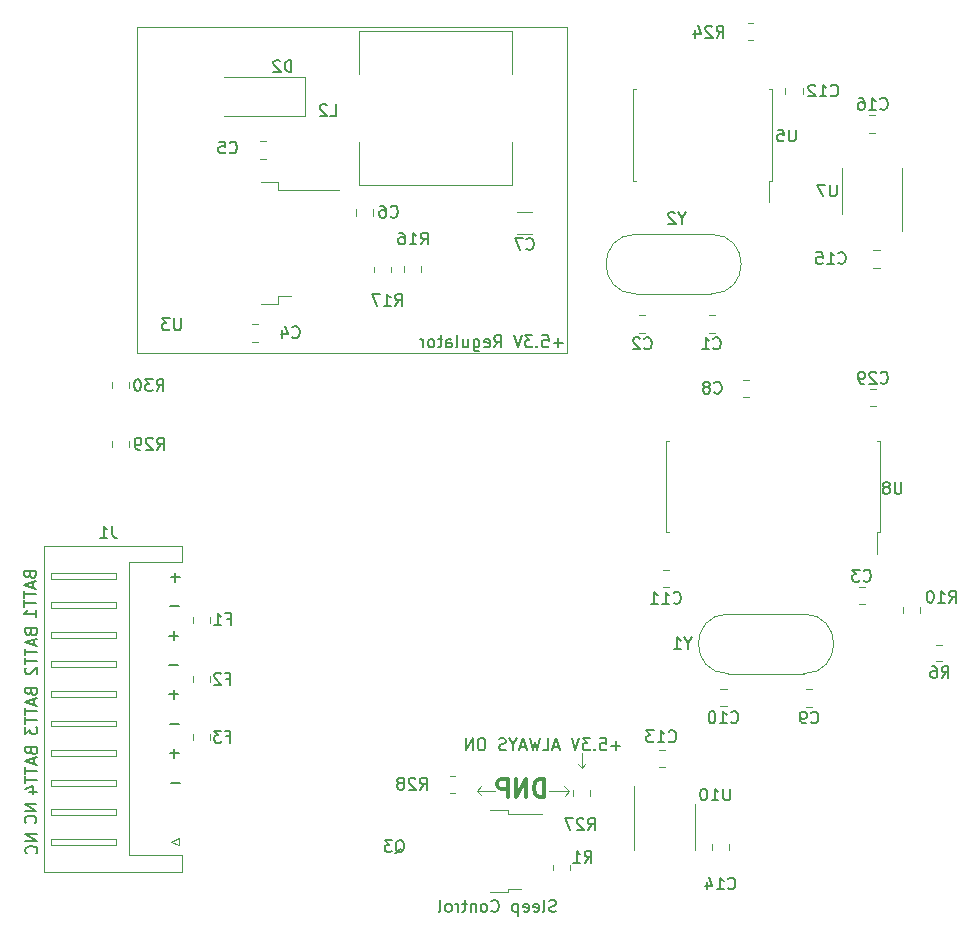
<source format=gbr>
G04 #@! TF.GenerationSoftware,KiCad,Pcbnew,(5.1.6)-1*
G04 #@! TF.CreationDate,2021-11-24T18:58:49-05:00*
G04 #@! TF.ProjectId,payload2020_papa_board,7061796c-6f61-4643-9230-32305f706170,rev?*
G04 #@! TF.SameCoordinates,Original*
G04 #@! TF.FileFunction,Legend,Bot*
G04 #@! TF.FilePolarity,Positive*
%FSLAX46Y46*%
G04 Gerber Fmt 4.6, Leading zero omitted, Abs format (unit mm)*
G04 Created by KiCad (PCBNEW (5.1.6)-1) date 2021-11-24 18:58:49*
%MOMM*%
%LPD*%
G01*
G04 APERTURE LIST*
%ADD10C,0.150000*%
%ADD11C,0.120000*%
%ADD12C,0.300000*%
G04 APERTURE END LIST*
D10*
X103445980Y-137628285D02*
X102445980Y-137628285D01*
X103445980Y-138199714D01*
X102445980Y-138199714D01*
X103350742Y-139247333D02*
X103398361Y-139199714D01*
X103445980Y-139056857D01*
X103445980Y-138961619D01*
X103398361Y-138818761D01*
X103303123Y-138723523D01*
X103207885Y-138675904D01*
X103017409Y-138628285D01*
X102874552Y-138628285D01*
X102684076Y-138675904D01*
X102588838Y-138723523D01*
X102493600Y-138818761D01*
X102445980Y-138961619D01*
X102445980Y-139056857D01*
X102493600Y-139199714D01*
X102541219Y-139247333D01*
X103369780Y-135062885D02*
X102369780Y-135062885D01*
X103369780Y-135634314D01*
X102369780Y-135634314D01*
X103274542Y-136681933D02*
X103322161Y-136634314D01*
X103369780Y-136491457D01*
X103369780Y-136396219D01*
X103322161Y-136253361D01*
X103226923Y-136158123D01*
X103131685Y-136110504D01*
X102941209Y-136062885D01*
X102798352Y-136062885D01*
X102607876Y-136110504D01*
X102512638Y-136158123D01*
X102417400Y-136253361D01*
X102369780Y-136396219D01*
X102369780Y-136491457D01*
X102417400Y-136634314D01*
X102465019Y-136681933D01*
X115439552Y-130763828D02*
X114677647Y-130763828D01*
X115058600Y-131144780D02*
X115058600Y-130382876D01*
X115490352Y-133278428D02*
X114728447Y-133278428D01*
X115464952Y-128300028D02*
X114703047Y-128300028D01*
X115388752Y-125760028D02*
X114626847Y-125760028D01*
X115007800Y-126140980D02*
X115007800Y-125379076D01*
X115388752Y-123270828D02*
X114626847Y-123270828D01*
X115363352Y-120807028D02*
X114601447Y-120807028D01*
X114982400Y-121187980D02*
X114982400Y-120426076D01*
X115464952Y-118292428D02*
X114703047Y-118292428D01*
X115493752Y-115895428D02*
X114731847Y-115895428D01*
X115112800Y-116276380D02*
X115112800Y-115514476D01*
D11*
X149539960Y-132031740D02*
X149857460Y-131681220D01*
X149539960Y-132021580D02*
X149212300Y-131660900D01*
X149534880Y-130738880D02*
X149539960Y-132021580D01*
D10*
X152826219Y-130129588D02*
X152064314Y-130129588D01*
X152445266Y-130510540D02*
X152445266Y-129748636D01*
X151111933Y-129510540D02*
X151588123Y-129510540D01*
X151635742Y-129986731D01*
X151588123Y-129939112D01*
X151492885Y-129891493D01*
X151254790Y-129891493D01*
X151159552Y-129939112D01*
X151111933Y-129986731D01*
X151064314Y-130081969D01*
X151064314Y-130320064D01*
X151111933Y-130415302D01*
X151159552Y-130462921D01*
X151254790Y-130510540D01*
X151492885Y-130510540D01*
X151588123Y-130462921D01*
X151635742Y-130415302D01*
X150635742Y-130415302D02*
X150588123Y-130462921D01*
X150635742Y-130510540D01*
X150683361Y-130462921D01*
X150635742Y-130415302D01*
X150635742Y-130510540D01*
X150254790Y-129510540D02*
X149635742Y-129510540D01*
X149969076Y-129891493D01*
X149826219Y-129891493D01*
X149730980Y-129939112D01*
X149683361Y-129986731D01*
X149635742Y-130081969D01*
X149635742Y-130320064D01*
X149683361Y-130415302D01*
X149730980Y-130462921D01*
X149826219Y-130510540D01*
X150111933Y-130510540D01*
X150207171Y-130462921D01*
X150254790Y-130415302D01*
X149350028Y-129510540D02*
X149016695Y-130510540D01*
X148683361Y-129510540D01*
X147635742Y-130224826D02*
X147159552Y-130224826D01*
X147730980Y-130510540D02*
X147397647Y-129510540D01*
X147064314Y-130510540D01*
X146254790Y-130510540D02*
X146730980Y-130510540D01*
X146730980Y-129510540D01*
X146016695Y-129510540D02*
X145778600Y-130510540D01*
X145588123Y-129796255D01*
X145397647Y-130510540D01*
X145159552Y-129510540D01*
X144826219Y-130224826D02*
X144350028Y-130224826D01*
X144921457Y-130510540D02*
X144588123Y-129510540D01*
X144254790Y-130510540D01*
X143730980Y-130034350D02*
X143730980Y-130510540D01*
X144064314Y-129510540D02*
X143730980Y-130034350D01*
X143397647Y-129510540D01*
X143111933Y-130462921D02*
X142969076Y-130510540D01*
X142730980Y-130510540D01*
X142635742Y-130462921D01*
X142588123Y-130415302D01*
X142540504Y-130320064D01*
X142540504Y-130224826D01*
X142588123Y-130129588D01*
X142635742Y-130081969D01*
X142730980Y-130034350D01*
X142921457Y-129986731D01*
X143016695Y-129939112D01*
X143064314Y-129891493D01*
X143111933Y-129796255D01*
X143111933Y-129701017D01*
X143064314Y-129605779D01*
X143016695Y-129558160D01*
X142921457Y-129510540D01*
X142683361Y-129510540D01*
X142540504Y-129558160D01*
X141159552Y-129510540D02*
X140969076Y-129510540D01*
X140873838Y-129558160D01*
X140778600Y-129653398D01*
X140730980Y-129843874D01*
X140730980Y-130177207D01*
X140778600Y-130367683D01*
X140873838Y-130462921D01*
X140969076Y-130510540D01*
X141159552Y-130510540D01*
X141254790Y-130462921D01*
X141350028Y-130367683D01*
X141397647Y-130177207D01*
X141397647Y-129843874D01*
X141350028Y-129653398D01*
X141254790Y-129558160D01*
X141159552Y-129510540D01*
X140302409Y-130510540D02*
X140302409Y-129510540D01*
X139730980Y-130510540D01*
X139730980Y-129510540D01*
D11*
X148427440Y-133949440D02*
X148102320Y-134406640D01*
X148046440Y-133568440D02*
X148427440Y-133949440D01*
X148427440Y-133949440D02*
X148046440Y-133568440D01*
X146743420Y-133954520D02*
X148427440Y-133949440D01*
X140693140Y-133934200D02*
X141033500Y-134315200D01*
X140713460Y-133934200D02*
X140992860Y-133573520D01*
X142184120Y-133936740D02*
X140713460Y-133934200D01*
D12*
X146332571Y-134476571D02*
X146332571Y-132976571D01*
X145975428Y-132976571D01*
X145761142Y-133048000D01*
X145618285Y-133190857D01*
X145546857Y-133333714D01*
X145475428Y-133619428D01*
X145475428Y-133833714D01*
X145546857Y-134119428D01*
X145618285Y-134262285D01*
X145761142Y-134405142D01*
X145975428Y-134476571D01*
X146332571Y-134476571D01*
X144832571Y-134476571D02*
X144832571Y-132976571D01*
X143975428Y-134476571D01*
X143975428Y-132976571D01*
X143261142Y-134476571D02*
X143261142Y-132976571D01*
X142689714Y-132976571D01*
X142546857Y-133048000D01*
X142475428Y-133119428D01*
X142404000Y-133262285D01*
X142404000Y-133476571D01*
X142475428Y-133619428D01*
X142546857Y-133690857D01*
X142689714Y-133762285D01*
X143261142Y-133762285D01*
D11*
X148336000Y-69296280D02*
X148315680Y-96860360D01*
D10*
X147381380Y-144152761D02*
X147238523Y-144200380D01*
X147000428Y-144200380D01*
X146905190Y-144152761D01*
X146857571Y-144105142D01*
X146809952Y-144009904D01*
X146809952Y-143914666D01*
X146857571Y-143819428D01*
X146905190Y-143771809D01*
X147000428Y-143724190D01*
X147190904Y-143676571D01*
X147286142Y-143628952D01*
X147333761Y-143581333D01*
X147381380Y-143486095D01*
X147381380Y-143390857D01*
X147333761Y-143295619D01*
X147286142Y-143248000D01*
X147190904Y-143200380D01*
X146952809Y-143200380D01*
X146809952Y-143248000D01*
X146238523Y-144200380D02*
X146333761Y-144152761D01*
X146381380Y-144057523D01*
X146381380Y-143200380D01*
X145476619Y-144152761D02*
X145571857Y-144200380D01*
X145762333Y-144200380D01*
X145857571Y-144152761D01*
X145905190Y-144057523D01*
X145905190Y-143676571D01*
X145857571Y-143581333D01*
X145762333Y-143533714D01*
X145571857Y-143533714D01*
X145476619Y-143581333D01*
X145429000Y-143676571D01*
X145429000Y-143771809D01*
X145905190Y-143867047D01*
X144619476Y-144152761D02*
X144714714Y-144200380D01*
X144905190Y-144200380D01*
X145000428Y-144152761D01*
X145048047Y-144057523D01*
X145048047Y-143676571D01*
X145000428Y-143581333D01*
X144905190Y-143533714D01*
X144714714Y-143533714D01*
X144619476Y-143581333D01*
X144571857Y-143676571D01*
X144571857Y-143771809D01*
X145048047Y-143867047D01*
X144143285Y-143533714D02*
X144143285Y-144533714D01*
X144143285Y-143581333D02*
X144048047Y-143533714D01*
X143857571Y-143533714D01*
X143762333Y-143581333D01*
X143714714Y-143628952D01*
X143667095Y-143724190D01*
X143667095Y-144009904D01*
X143714714Y-144105142D01*
X143762333Y-144152761D01*
X143857571Y-144200380D01*
X144048047Y-144200380D01*
X144143285Y-144152761D01*
X141905190Y-144105142D02*
X141952809Y-144152761D01*
X142095666Y-144200380D01*
X142190904Y-144200380D01*
X142333761Y-144152761D01*
X142429000Y-144057523D01*
X142476619Y-143962285D01*
X142524238Y-143771809D01*
X142524238Y-143628952D01*
X142476619Y-143438476D01*
X142429000Y-143343238D01*
X142333761Y-143248000D01*
X142190904Y-143200380D01*
X142095666Y-143200380D01*
X141952809Y-143248000D01*
X141905190Y-143295619D01*
X141333761Y-144200380D02*
X141429000Y-144152761D01*
X141476619Y-144105142D01*
X141524238Y-144009904D01*
X141524238Y-143724190D01*
X141476619Y-143628952D01*
X141429000Y-143581333D01*
X141333761Y-143533714D01*
X141190904Y-143533714D01*
X141095666Y-143581333D01*
X141048047Y-143628952D01*
X141000428Y-143724190D01*
X141000428Y-144009904D01*
X141048047Y-144105142D01*
X141095666Y-144152761D01*
X141190904Y-144200380D01*
X141333761Y-144200380D01*
X140571857Y-143533714D02*
X140571857Y-144200380D01*
X140571857Y-143628952D02*
X140524238Y-143581333D01*
X140429000Y-143533714D01*
X140286142Y-143533714D01*
X140190904Y-143581333D01*
X140143285Y-143676571D01*
X140143285Y-144200380D01*
X139809952Y-143533714D02*
X139429000Y-143533714D01*
X139667095Y-143200380D02*
X139667095Y-144057523D01*
X139619476Y-144152761D01*
X139524238Y-144200380D01*
X139429000Y-144200380D01*
X139095666Y-144200380D02*
X139095666Y-143533714D01*
X139095666Y-143724190D02*
X139048047Y-143628952D01*
X139000428Y-143581333D01*
X138905190Y-143533714D01*
X138809952Y-143533714D01*
X138333761Y-144200380D02*
X138429000Y-144152761D01*
X138476619Y-144105142D01*
X138524238Y-144009904D01*
X138524238Y-143724190D01*
X138476619Y-143628952D01*
X138429000Y-143581333D01*
X138333761Y-143533714D01*
X138190904Y-143533714D01*
X138095666Y-143581333D01*
X138048047Y-143628952D01*
X138000428Y-143724190D01*
X138000428Y-144009904D01*
X138048047Y-144105142D01*
X138095666Y-144152761D01*
X138190904Y-144200380D01*
X138333761Y-144200380D01*
X137429000Y-144200380D02*
X137524238Y-144152761D01*
X137571857Y-144057523D01*
X137571857Y-143200380D01*
D11*
X148336000Y-69296280D02*
X111861600Y-69291200D01*
X111861600Y-96850200D02*
X148310600Y-96865440D01*
X111861600Y-69291200D02*
X111861600Y-96850200D01*
D10*
X102922171Y-130570361D02*
X102969790Y-130713219D01*
X103017409Y-130760838D01*
X103112647Y-130808457D01*
X103255504Y-130808457D01*
X103350742Y-130760838D01*
X103398361Y-130713219D01*
X103445980Y-130617980D01*
X103445980Y-130237028D01*
X102445980Y-130237028D01*
X102445980Y-130570361D01*
X102493600Y-130665600D01*
X102541219Y-130713219D01*
X102636457Y-130760838D01*
X102731695Y-130760838D01*
X102826933Y-130713219D01*
X102874552Y-130665600D01*
X102922171Y-130570361D01*
X102922171Y-130237028D01*
X103160266Y-131189409D02*
X103160266Y-131665600D01*
X103445980Y-131094171D02*
X102445980Y-131427504D01*
X103445980Y-131760838D01*
X102445980Y-131951314D02*
X102445980Y-132522742D01*
X103445980Y-132237028D02*
X102445980Y-132237028D01*
X102445980Y-132713219D02*
X102445980Y-133284647D01*
X103445980Y-132998933D02*
X102445980Y-132998933D01*
X102779314Y-134046552D02*
X103445980Y-134046552D01*
X102398361Y-133808457D02*
X103112647Y-133570361D01*
X103112647Y-134189409D01*
X102922171Y-125566561D02*
X102969790Y-125709419D01*
X103017409Y-125757038D01*
X103112647Y-125804657D01*
X103255504Y-125804657D01*
X103350742Y-125757038D01*
X103398361Y-125709419D01*
X103445980Y-125614180D01*
X103445980Y-125233228D01*
X102445980Y-125233228D01*
X102445980Y-125566561D01*
X102493600Y-125661800D01*
X102541219Y-125709419D01*
X102636457Y-125757038D01*
X102731695Y-125757038D01*
X102826933Y-125709419D01*
X102874552Y-125661800D01*
X102922171Y-125566561D01*
X102922171Y-125233228D01*
X103160266Y-126185609D02*
X103160266Y-126661800D01*
X103445980Y-126090371D02*
X102445980Y-126423704D01*
X103445980Y-126757038D01*
X102445980Y-126947514D02*
X102445980Y-127518942D01*
X103445980Y-127233228D02*
X102445980Y-127233228D01*
X102445980Y-127709419D02*
X102445980Y-128280847D01*
X103445980Y-127995133D02*
X102445980Y-127995133D01*
X102445980Y-128518942D02*
X102445980Y-129137990D01*
X102826933Y-128804657D01*
X102826933Y-128947514D01*
X102874552Y-129042752D01*
X102922171Y-129090371D01*
X103017409Y-129137990D01*
X103255504Y-129137990D01*
X103350742Y-129090371D01*
X103398361Y-129042752D01*
X103445980Y-128947514D01*
X103445980Y-128661800D01*
X103398361Y-128566561D01*
X103350742Y-128518942D01*
X102896771Y-120537361D02*
X102944390Y-120680219D01*
X102992009Y-120727838D01*
X103087247Y-120775457D01*
X103230104Y-120775457D01*
X103325342Y-120727838D01*
X103372961Y-120680219D01*
X103420580Y-120584980D01*
X103420580Y-120204028D01*
X102420580Y-120204028D01*
X102420580Y-120537361D01*
X102468200Y-120632600D01*
X102515819Y-120680219D01*
X102611057Y-120727838D01*
X102706295Y-120727838D01*
X102801533Y-120680219D01*
X102849152Y-120632600D01*
X102896771Y-120537361D01*
X102896771Y-120204028D01*
X103134866Y-121156409D02*
X103134866Y-121632600D01*
X103420580Y-121061171D02*
X102420580Y-121394504D01*
X103420580Y-121727838D01*
X102420580Y-121918314D02*
X102420580Y-122489742D01*
X103420580Y-122204028D02*
X102420580Y-122204028D01*
X102420580Y-122680219D02*
X102420580Y-123251647D01*
X103420580Y-122965933D02*
X102420580Y-122965933D01*
X102515819Y-123537361D02*
X102468200Y-123584980D01*
X102420580Y-123680219D01*
X102420580Y-123918314D01*
X102468200Y-124013552D01*
X102515819Y-124061171D01*
X102611057Y-124108790D01*
X102706295Y-124108790D01*
X102849152Y-124061171D01*
X103420580Y-123489742D01*
X103420580Y-124108790D01*
X102820571Y-115660561D02*
X102868190Y-115803419D01*
X102915809Y-115851038D01*
X103011047Y-115898657D01*
X103153904Y-115898657D01*
X103249142Y-115851038D01*
X103296761Y-115803419D01*
X103344380Y-115708180D01*
X103344380Y-115327228D01*
X102344380Y-115327228D01*
X102344380Y-115660561D01*
X102392000Y-115755800D01*
X102439619Y-115803419D01*
X102534857Y-115851038D01*
X102630095Y-115851038D01*
X102725333Y-115803419D01*
X102772952Y-115755800D01*
X102820571Y-115660561D01*
X102820571Y-115327228D01*
X103058666Y-116279609D02*
X103058666Y-116755800D01*
X103344380Y-116184371D02*
X102344380Y-116517704D01*
X103344380Y-116851038D01*
X102344380Y-117041514D02*
X102344380Y-117612942D01*
X103344380Y-117327228D02*
X102344380Y-117327228D01*
X102344380Y-117803419D02*
X102344380Y-118374847D01*
X103344380Y-118089133D02*
X102344380Y-118089133D01*
X103344380Y-119231990D02*
X103344380Y-118660561D01*
X103344380Y-118946276D02*
X102344380Y-118946276D01*
X102487238Y-118851038D01*
X102582476Y-118755800D01*
X102630095Y-118660561D01*
X147930190Y-96019428D02*
X147168285Y-96019428D01*
X147549238Y-96400380D02*
X147549238Y-95638476D01*
X146215904Y-95400380D02*
X146692095Y-95400380D01*
X146739714Y-95876571D01*
X146692095Y-95828952D01*
X146596857Y-95781333D01*
X146358761Y-95781333D01*
X146263523Y-95828952D01*
X146215904Y-95876571D01*
X146168285Y-95971809D01*
X146168285Y-96209904D01*
X146215904Y-96305142D01*
X146263523Y-96352761D01*
X146358761Y-96400380D01*
X146596857Y-96400380D01*
X146692095Y-96352761D01*
X146739714Y-96305142D01*
X145739714Y-96305142D02*
X145692095Y-96352761D01*
X145739714Y-96400380D01*
X145787333Y-96352761D01*
X145739714Y-96305142D01*
X145739714Y-96400380D01*
X145358761Y-95400380D02*
X144739714Y-95400380D01*
X145073047Y-95781333D01*
X144930190Y-95781333D01*
X144834952Y-95828952D01*
X144787333Y-95876571D01*
X144739714Y-95971809D01*
X144739714Y-96209904D01*
X144787333Y-96305142D01*
X144834952Y-96352761D01*
X144930190Y-96400380D01*
X145215904Y-96400380D01*
X145311142Y-96352761D01*
X145358761Y-96305142D01*
X144454000Y-95400380D02*
X144120666Y-96400380D01*
X143787333Y-95400380D01*
X142120666Y-96400380D02*
X142454000Y-95924190D01*
X142692095Y-96400380D02*
X142692095Y-95400380D01*
X142311142Y-95400380D01*
X142215904Y-95448000D01*
X142168285Y-95495619D01*
X142120666Y-95590857D01*
X142120666Y-95733714D01*
X142168285Y-95828952D01*
X142215904Y-95876571D01*
X142311142Y-95924190D01*
X142692095Y-95924190D01*
X141311142Y-96352761D02*
X141406380Y-96400380D01*
X141596857Y-96400380D01*
X141692095Y-96352761D01*
X141739714Y-96257523D01*
X141739714Y-95876571D01*
X141692095Y-95781333D01*
X141596857Y-95733714D01*
X141406380Y-95733714D01*
X141311142Y-95781333D01*
X141263523Y-95876571D01*
X141263523Y-95971809D01*
X141739714Y-96067047D01*
X140406380Y-95733714D02*
X140406380Y-96543238D01*
X140454000Y-96638476D01*
X140501619Y-96686095D01*
X140596857Y-96733714D01*
X140739714Y-96733714D01*
X140834952Y-96686095D01*
X140406380Y-96352761D02*
X140501619Y-96400380D01*
X140692095Y-96400380D01*
X140787333Y-96352761D01*
X140834952Y-96305142D01*
X140882571Y-96209904D01*
X140882571Y-95924190D01*
X140834952Y-95828952D01*
X140787333Y-95781333D01*
X140692095Y-95733714D01*
X140501619Y-95733714D01*
X140406380Y-95781333D01*
X139501619Y-95733714D02*
X139501619Y-96400380D01*
X139930190Y-95733714D02*
X139930190Y-96257523D01*
X139882571Y-96352761D01*
X139787333Y-96400380D01*
X139644476Y-96400380D01*
X139549238Y-96352761D01*
X139501619Y-96305142D01*
X138882571Y-96400380D02*
X138977809Y-96352761D01*
X139025428Y-96257523D01*
X139025428Y-95400380D01*
X138073047Y-96400380D02*
X138073047Y-95876571D01*
X138120666Y-95781333D01*
X138215904Y-95733714D01*
X138406380Y-95733714D01*
X138501619Y-95781333D01*
X138073047Y-96352761D02*
X138168285Y-96400380D01*
X138406380Y-96400380D01*
X138501619Y-96352761D01*
X138549238Y-96257523D01*
X138549238Y-96162285D01*
X138501619Y-96067047D01*
X138406380Y-96019428D01*
X138168285Y-96019428D01*
X138073047Y-95971809D01*
X137739714Y-95733714D02*
X137358761Y-95733714D01*
X137596857Y-95400380D02*
X137596857Y-96257523D01*
X137549238Y-96352761D01*
X137454000Y-96400380D01*
X137358761Y-96400380D01*
X136882571Y-96400380D02*
X136977809Y-96352761D01*
X137025428Y-96305142D01*
X137073047Y-96209904D01*
X137073047Y-95924190D01*
X137025428Y-95828952D01*
X136977809Y-95781333D01*
X136882571Y-95733714D01*
X136739714Y-95733714D01*
X136644476Y-95781333D01*
X136596857Y-95828952D01*
X136549238Y-95924190D01*
X136549238Y-96209904D01*
X136596857Y-96305142D01*
X136644476Y-96352761D01*
X136739714Y-96400380D01*
X136882571Y-96400380D01*
X136120666Y-96400380D02*
X136120666Y-95733714D01*
X136120666Y-95924190D02*
X136073047Y-95828952D01*
X136025428Y-95781333D01*
X135930190Y-95733714D01*
X135834952Y-95733714D01*
D11*
X103996000Y-127007200D02*
X103996000Y-140817200D01*
X103996000Y-140817200D02*
X115716000Y-140817200D01*
X115716000Y-140817200D02*
X115716000Y-139397200D01*
X115716000Y-139397200D02*
X111216000Y-139397200D01*
X111216000Y-139397200D02*
X111216000Y-127007200D01*
X103996000Y-127007200D02*
X103996000Y-113197200D01*
X103996000Y-113197200D02*
X115716000Y-113197200D01*
X115716000Y-113197200D02*
X115716000Y-114617200D01*
X115716000Y-114617200D02*
X111216000Y-114617200D01*
X111216000Y-114617200D02*
X111216000Y-127007200D01*
X110106000Y-138507200D02*
X104606000Y-138507200D01*
X104606000Y-138507200D02*
X104606000Y-138007200D01*
X104606000Y-138007200D02*
X110106000Y-138007200D01*
X110106000Y-138007200D02*
X110106000Y-138507200D01*
X110106000Y-136007200D02*
X104606000Y-136007200D01*
X104606000Y-136007200D02*
X104606000Y-135507200D01*
X104606000Y-135507200D02*
X110106000Y-135507200D01*
X110106000Y-135507200D02*
X110106000Y-136007200D01*
X110106000Y-133507200D02*
X104606000Y-133507200D01*
X104606000Y-133507200D02*
X104606000Y-133007200D01*
X104606000Y-133007200D02*
X110106000Y-133007200D01*
X110106000Y-133007200D02*
X110106000Y-133507200D01*
X110106000Y-131007200D02*
X104606000Y-131007200D01*
X104606000Y-131007200D02*
X104606000Y-130507200D01*
X104606000Y-130507200D02*
X110106000Y-130507200D01*
X110106000Y-130507200D02*
X110106000Y-131007200D01*
X110106000Y-128507200D02*
X104606000Y-128507200D01*
X104606000Y-128507200D02*
X104606000Y-128007200D01*
X104606000Y-128007200D02*
X110106000Y-128007200D01*
X110106000Y-128007200D02*
X110106000Y-128507200D01*
X110106000Y-126007200D02*
X104606000Y-126007200D01*
X104606000Y-126007200D02*
X104606000Y-125507200D01*
X104606000Y-125507200D02*
X110106000Y-125507200D01*
X110106000Y-125507200D02*
X110106000Y-126007200D01*
X110106000Y-123507200D02*
X104606000Y-123507200D01*
X104606000Y-123507200D02*
X104606000Y-123007200D01*
X104606000Y-123007200D02*
X110106000Y-123007200D01*
X110106000Y-123007200D02*
X110106000Y-123507200D01*
X110106000Y-121007200D02*
X104606000Y-121007200D01*
X104606000Y-121007200D02*
X104606000Y-120507200D01*
X104606000Y-120507200D02*
X110106000Y-120507200D01*
X110106000Y-120507200D02*
X110106000Y-121007200D01*
X110106000Y-118507200D02*
X104606000Y-118507200D01*
X104606000Y-118507200D02*
X104606000Y-118007200D01*
X104606000Y-118007200D02*
X110106000Y-118007200D01*
X110106000Y-118007200D02*
X110106000Y-118507200D01*
X110106000Y-116007200D02*
X104606000Y-116007200D01*
X104606000Y-116007200D02*
X104606000Y-115507200D01*
X104606000Y-115507200D02*
X110106000Y-115507200D01*
X110106000Y-115507200D02*
X110106000Y-116007200D01*
X114806000Y-138257200D02*
X115406000Y-138557200D01*
X115406000Y-138557200D02*
X115406000Y-137957200D01*
X115406000Y-137957200D02*
X114806000Y-138257200D01*
X144098336Y-86796800D02*
X145302464Y-86796800D01*
X144098336Y-84976800D02*
X145302464Y-84976800D01*
X156661440Y-108223560D02*
X156661440Y-104363560D01*
X156661440Y-104363560D02*
X156906440Y-104363560D01*
X156661440Y-108223560D02*
X156661440Y-112083560D01*
X156661440Y-112083560D02*
X156906440Y-112083560D01*
X174781440Y-108223560D02*
X174781440Y-104363560D01*
X174781440Y-104363560D02*
X174536440Y-104363560D01*
X174781440Y-108223560D02*
X174781440Y-112083560D01*
X174781440Y-112083560D02*
X174536440Y-112083560D01*
X174536440Y-112083560D02*
X174536440Y-113898560D01*
X176756400Y-118391548D02*
X176756400Y-118914052D01*
X178176400Y-118391548D02*
X178176400Y-118914052D01*
X180085932Y-122989920D02*
X179563428Y-122989920D01*
X180085932Y-121569920D02*
X179563428Y-121569920D01*
X174467452Y-99959600D02*
X173944948Y-99959600D01*
X174467452Y-101379600D02*
X173944948Y-101379600D01*
X156418948Y-116721200D02*
X156941452Y-116721200D01*
X156418948Y-115301200D02*
X156941452Y-115301200D01*
X163686532Y-99167120D02*
X163164028Y-99167120D01*
X163686532Y-100587120D02*
X163164028Y-100587120D01*
X173502252Y-116723600D02*
X172979748Y-116723600D01*
X173502252Y-118143600D02*
X172979748Y-118143600D01*
X109755000Y-99811064D02*
X109755000Y-99356936D01*
X111225000Y-99811064D02*
X111225000Y-99356936D01*
X109755000Y-104814864D02*
X109755000Y-104360736D01*
X111225000Y-104814864D02*
X111225000Y-104360736D01*
X138815304Y-134133260D02*
X138361176Y-134133260D01*
X138815304Y-132663260D02*
X138361176Y-132663260D01*
X148771940Y-134373864D02*
X148771940Y-133919736D01*
X150241940Y-134373864D02*
X150241940Y-133919736D01*
X148585000Y-140673064D02*
X148585000Y-140218936D01*
X147115000Y-140673064D02*
X147115000Y-140218936D01*
X159112900Y-136982200D02*
X159112900Y-138932200D01*
X159112900Y-136982200D02*
X159112900Y-135032200D01*
X153992900Y-136982200D02*
X153992900Y-138932200D01*
X153992900Y-136982200D02*
X153992900Y-133532200D01*
X122350800Y-82379200D02*
X123850800Y-82379200D01*
X123850800Y-82379200D02*
X123850800Y-83069200D01*
X123850800Y-83069200D02*
X128975800Y-83069200D01*
X122350800Y-92779200D02*
X123850800Y-92779200D01*
X123850800Y-92779200D02*
X123850800Y-92089200D01*
X123850800Y-92089200D02*
X124950800Y-92089200D01*
X160526000Y-91882200D02*
X154126000Y-91882200D01*
X160526000Y-86832200D02*
X154126000Y-86832200D01*
X154126000Y-91882200D02*
G75*
G02*
X154126000Y-86832200I0J2525000D01*
G01*
X160526000Y-91882200D02*
G75*
G03*
X160526000Y-86832200I0J2525000D01*
G01*
X168349200Y-124038600D02*
X161949200Y-124038600D01*
X168349200Y-118988600D02*
X161949200Y-118988600D01*
X161949200Y-124038600D02*
G75*
G02*
X161949200Y-118988600I0J2525000D01*
G01*
X168349200Y-124038600D02*
G75*
G03*
X168349200Y-118988600I0J2525000D01*
G01*
X176677000Y-83134200D02*
X176677000Y-86584200D01*
X176677000Y-83134200D02*
X176677000Y-81184200D01*
X171557000Y-83134200D02*
X171557000Y-85084200D01*
X171557000Y-83134200D02*
X171557000Y-81184200D01*
X165406000Y-82295200D02*
X165406000Y-84110200D01*
X165651000Y-82295200D02*
X165406000Y-82295200D01*
X165651000Y-78435200D02*
X165651000Y-82295200D01*
X165651000Y-74575200D02*
X165406000Y-74575200D01*
X165651000Y-78435200D02*
X165651000Y-74575200D01*
X153881000Y-82295200D02*
X154126000Y-82295200D01*
X153881000Y-78435200D02*
X153881000Y-82295200D01*
X153881000Y-74575200D02*
X154126000Y-74575200D01*
X153881000Y-78435200D02*
X153881000Y-74575200D01*
X164067224Y-70386880D02*
X163613096Y-70386880D01*
X164067224Y-68916880D02*
X163613096Y-68916880D01*
X131939360Y-90055944D02*
X131939360Y-89601816D01*
X133409360Y-90055944D02*
X133409360Y-89601816D01*
X134476820Y-90016824D02*
X134476820Y-89562696D01*
X135946820Y-90016824D02*
X135946820Y-89562696D01*
X141813000Y-135615000D02*
X143313000Y-135615000D01*
X143313000Y-135615000D02*
X143313000Y-135885000D01*
X143313000Y-135885000D02*
X146143000Y-135885000D01*
X141813000Y-142515000D02*
X143313000Y-142515000D01*
X143313000Y-142515000D02*
X143313000Y-142245000D01*
X143313000Y-142245000D02*
X144413000Y-142245000D01*
X143677600Y-82649200D02*
X143677600Y-79049200D01*
X130677600Y-82649200D02*
X143677600Y-82649200D01*
X130677600Y-79049200D02*
X130677600Y-82649200D01*
X143677600Y-69649200D02*
X143677600Y-73249200D01*
X130677600Y-69649200D02*
X143677600Y-69649200D01*
X130677600Y-73249200D02*
X130677600Y-69649200D01*
X116634600Y-129692652D02*
X116634600Y-129170148D01*
X118054600Y-129692652D02*
X118054600Y-129170148D01*
X116634600Y-124781452D02*
X116634600Y-124258948D01*
X118054600Y-124781452D02*
X118054600Y-124258948D01*
X118080000Y-119735852D02*
X118080000Y-119213348D01*
X116660000Y-119735852D02*
X116660000Y-119213348D01*
X126127600Y-73483200D02*
X119227600Y-73483200D01*
X126127600Y-76783200D02*
X119227600Y-76783200D01*
X126127600Y-73483200D02*
X126127600Y-76783200D01*
X173872348Y-76752780D02*
X174394852Y-76752780D01*
X173872348Y-78222780D02*
X174394852Y-78222780D01*
X174237248Y-88199800D02*
X174759752Y-88199800D01*
X174237248Y-89669800D02*
X174759752Y-89669800D01*
X160544840Y-138941352D02*
X160544840Y-138418848D01*
X162014840Y-138941352D02*
X162014840Y-138418848D01*
X156576752Y-131976800D02*
X156054248Y-131976800D01*
X156576752Y-130506800D02*
X156054248Y-130506800D01*
X168245460Y-74433708D02*
X168245460Y-74956212D01*
X166775460Y-74433708D02*
X166775460Y-74956212D01*
X161809152Y-126769800D02*
X161286648Y-126769800D01*
X161809152Y-125299800D02*
X161286648Y-125299800D01*
X168543248Y-125376000D02*
X169065752Y-125376000D01*
X168543248Y-126846000D02*
X169065752Y-126846000D01*
X131900600Y-84725788D02*
X131900600Y-85248292D01*
X130430600Y-84725788D02*
X130430600Y-85248292D01*
X122812352Y-80440200D02*
X122289848Y-80440200D01*
X122812352Y-78970200D02*
X122289848Y-78970200D01*
X122177352Y-95934200D02*
X121654848Y-95934200D01*
X122177352Y-94464200D02*
X121654848Y-94464200D01*
X154925752Y-95172200D02*
X154403248Y-95172200D01*
X154925752Y-93702200D02*
X154403248Y-93702200D01*
X160288248Y-93702200D02*
X160810752Y-93702200D01*
X160288248Y-95172200D02*
X160810752Y-95172200D01*
D10*
X109778533Y-111526580D02*
X109778533Y-112240866D01*
X109826152Y-112383723D01*
X109921390Y-112478961D01*
X110064247Y-112526580D01*
X110159485Y-112526580D01*
X108778533Y-112526580D02*
X109349961Y-112526580D01*
X109064247Y-112526580D02*
X109064247Y-111526580D01*
X109159485Y-111669438D01*
X109254723Y-111764676D01*
X109349961Y-111812295D01*
X144867066Y-88063942D02*
X144914685Y-88111561D01*
X145057542Y-88159180D01*
X145152780Y-88159180D01*
X145295638Y-88111561D01*
X145390876Y-88016323D01*
X145438495Y-87921085D01*
X145486114Y-87730609D01*
X145486114Y-87587752D01*
X145438495Y-87397276D01*
X145390876Y-87302038D01*
X145295638Y-87206800D01*
X145152780Y-87159180D01*
X145057542Y-87159180D01*
X144914685Y-87206800D01*
X144867066Y-87254419D01*
X144533733Y-87159180D02*
X143867066Y-87159180D01*
X144295638Y-88159180D01*
X176615904Y-107825380D02*
X176615904Y-108634904D01*
X176568285Y-108730142D01*
X176520666Y-108777761D01*
X176425428Y-108825380D01*
X176234952Y-108825380D01*
X176139714Y-108777761D01*
X176092095Y-108730142D01*
X176044476Y-108634904D01*
X176044476Y-107825380D01*
X175425428Y-108253952D02*
X175520666Y-108206333D01*
X175568285Y-108158714D01*
X175615904Y-108063476D01*
X175615904Y-108015857D01*
X175568285Y-107920619D01*
X175520666Y-107873000D01*
X175425428Y-107825380D01*
X175234952Y-107825380D01*
X175139714Y-107873000D01*
X175092095Y-107920619D01*
X175044476Y-108015857D01*
X175044476Y-108063476D01*
X175092095Y-108158714D01*
X175139714Y-108206333D01*
X175234952Y-108253952D01*
X175425428Y-108253952D01*
X175520666Y-108301571D01*
X175568285Y-108349190D01*
X175615904Y-108444428D01*
X175615904Y-108634904D01*
X175568285Y-108730142D01*
X175520666Y-108777761D01*
X175425428Y-108825380D01*
X175234952Y-108825380D01*
X175139714Y-108777761D01*
X175092095Y-108730142D01*
X175044476Y-108634904D01*
X175044476Y-108444428D01*
X175092095Y-108349190D01*
X175139714Y-108301571D01*
X175234952Y-108253952D01*
X180671857Y-118025380D02*
X181005190Y-117549190D01*
X181243285Y-118025380D02*
X181243285Y-117025380D01*
X180862333Y-117025380D01*
X180767095Y-117073000D01*
X180719476Y-117120619D01*
X180671857Y-117215857D01*
X180671857Y-117358714D01*
X180719476Y-117453952D01*
X180767095Y-117501571D01*
X180862333Y-117549190D01*
X181243285Y-117549190D01*
X179719476Y-118025380D02*
X180290904Y-118025380D01*
X180005190Y-118025380D02*
X180005190Y-117025380D01*
X180100428Y-117168238D01*
X180195666Y-117263476D01*
X180290904Y-117311095D01*
X179100428Y-117025380D02*
X179005190Y-117025380D01*
X178909952Y-117073000D01*
X178862333Y-117120619D01*
X178814714Y-117215857D01*
X178767095Y-117406333D01*
X178767095Y-117644428D01*
X178814714Y-117834904D01*
X178862333Y-117930142D01*
X178909952Y-117977761D01*
X179005190Y-118025380D01*
X179100428Y-118025380D01*
X179195666Y-117977761D01*
X179243285Y-117930142D01*
X179290904Y-117834904D01*
X179338523Y-117644428D01*
X179338523Y-117406333D01*
X179290904Y-117215857D01*
X179243285Y-117120619D01*
X179195666Y-117073000D01*
X179100428Y-117025380D01*
X180020666Y-124400380D02*
X180354000Y-123924190D01*
X180592095Y-124400380D02*
X180592095Y-123400380D01*
X180211142Y-123400380D01*
X180115904Y-123448000D01*
X180068285Y-123495619D01*
X180020666Y-123590857D01*
X180020666Y-123733714D01*
X180068285Y-123828952D01*
X180115904Y-123876571D01*
X180211142Y-123924190D01*
X180592095Y-123924190D01*
X179163523Y-123400380D02*
X179354000Y-123400380D01*
X179449238Y-123448000D01*
X179496857Y-123495619D01*
X179592095Y-123638476D01*
X179639714Y-123828952D01*
X179639714Y-124209904D01*
X179592095Y-124305142D01*
X179544476Y-124352761D01*
X179449238Y-124400380D01*
X179258761Y-124400380D01*
X179163523Y-124352761D01*
X179115904Y-124305142D01*
X179068285Y-124209904D01*
X179068285Y-123971809D01*
X179115904Y-123876571D01*
X179163523Y-123828952D01*
X179258761Y-123781333D01*
X179449238Y-123781333D01*
X179544476Y-123828952D01*
X179592095Y-123876571D01*
X179639714Y-123971809D01*
X174849057Y-99376742D02*
X174896676Y-99424361D01*
X175039533Y-99471980D01*
X175134771Y-99471980D01*
X175277628Y-99424361D01*
X175372866Y-99329123D01*
X175420485Y-99233885D01*
X175468104Y-99043409D01*
X175468104Y-98900552D01*
X175420485Y-98710076D01*
X175372866Y-98614838D01*
X175277628Y-98519600D01*
X175134771Y-98471980D01*
X175039533Y-98471980D01*
X174896676Y-98519600D01*
X174849057Y-98567219D01*
X174468104Y-98567219D02*
X174420485Y-98519600D01*
X174325247Y-98471980D01*
X174087152Y-98471980D01*
X173991914Y-98519600D01*
X173944295Y-98567219D01*
X173896676Y-98662457D01*
X173896676Y-98757695D01*
X173944295Y-98900552D01*
X174515723Y-99471980D01*
X173896676Y-99471980D01*
X173420485Y-99471980D02*
X173230009Y-99471980D01*
X173134771Y-99424361D01*
X173087152Y-99376742D01*
X172991914Y-99233885D01*
X172944295Y-99043409D01*
X172944295Y-98662457D01*
X172991914Y-98567219D01*
X173039533Y-98519600D01*
X173134771Y-98471980D01*
X173325247Y-98471980D01*
X173420485Y-98519600D01*
X173468104Y-98567219D01*
X173515723Y-98662457D01*
X173515723Y-98900552D01*
X173468104Y-98995790D01*
X173420485Y-99043409D01*
X173325247Y-99091028D01*
X173134771Y-99091028D01*
X173039533Y-99043409D01*
X172991914Y-98995790D01*
X172944295Y-98900552D01*
X157323057Y-118018342D02*
X157370676Y-118065961D01*
X157513533Y-118113580D01*
X157608771Y-118113580D01*
X157751628Y-118065961D01*
X157846866Y-117970723D01*
X157894485Y-117875485D01*
X157942104Y-117685009D01*
X157942104Y-117542152D01*
X157894485Y-117351676D01*
X157846866Y-117256438D01*
X157751628Y-117161200D01*
X157608771Y-117113580D01*
X157513533Y-117113580D01*
X157370676Y-117161200D01*
X157323057Y-117208819D01*
X156370676Y-118113580D02*
X156942104Y-118113580D01*
X156656390Y-118113580D02*
X156656390Y-117113580D01*
X156751628Y-117256438D01*
X156846866Y-117351676D01*
X156942104Y-117399295D01*
X155418295Y-118113580D02*
X155989723Y-118113580D01*
X155704009Y-118113580D02*
X155704009Y-117113580D01*
X155799247Y-117256438D01*
X155894485Y-117351676D01*
X155989723Y-117399295D01*
X160770666Y-100230142D02*
X160818285Y-100277761D01*
X160961142Y-100325380D01*
X161056380Y-100325380D01*
X161199238Y-100277761D01*
X161294476Y-100182523D01*
X161342095Y-100087285D01*
X161389714Y-99896809D01*
X161389714Y-99753952D01*
X161342095Y-99563476D01*
X161294476Y-99468238D01*
X161199238Y-99373000D01*
X161056380Y-99325380D01*
X160961142Y-99325380D01*
X160818285Y-99373000D01*
X160770666Y-99420619D01*
X160199238Y-99753952D02*
X160294476Y-99706333D01*
X160342095Y-99658714D01*
X160389714Y-99563476D01*
X160389714Y-99515857D01*
X160342095Y-99420619D01*
X160294476Y-99373000D01*
X160199238Y-99325380D01*
X160008761Y-99325380D01*
X159913523Y-99373000D01*
X159865904Y-99420619D01*
X159818285Y-99515857D01*
X159818285Y-99563476D01*
X159865904Y-99658714D01*
X159913523Y-99706333D01*
X160008761Y-99753952D01*
X160199238Y-99753952D01*
X160294476Y-99801571D01*
X160342095Y-99849190D01*
X160389714Y-99944428D01*
X160389714Y-100134904D01*
X160342095Y-100230142D01*
X160294476Y-100277761D01*
X160199238Y-100325380D01*
X160008761Y-100325380D01*
X159913523Y-100277761D01*
X159865904Y-100230142D01*
X159818285Y-100134904D01*
X159818285Y-99944428D01*
X159865904Y-99849190D01*
X159913523Y-99801571D01*
X160008761Y-99753952D01*
X173407666Y-116140742D02*
X173455285Y-116188361D01*
X173598142Y-116235980D01*
X173693380Y-116235980D01*
X173836238Y-116188361D01*
X173931476Y-116093123D01*
X173979095Y-115997885D01*
X174026714Y-115807409D01*
X174026714Y-115664552D01*
X173979095Y-115474076D01*
X173931476Y-115378838D01*
X173836238Y-115283600D01*
X173693380Y-115235980D01*
X173598142Y-115235980D01*
X173455285Y-115283600D01*
X173407666Y-115331219D01*
X173074333Y-115235980D02*
X172455285Y-115235980D01*
X172788619Y-115616933D01*
X172645761Y-115616933D01*
X172550523Y-115664552D01*
X172502904Y-115712171D01*
X172455285Y-115807409D01*
X172455285Y-116045504D01*
X172502904Y-116140742D01*
X172550523Y-116188361D01*
X172645761Y-116235980D01*
X172931476Y-116235980D01*
X173026714Y-116188361D01*
X173074333Y-116140742D01*
X113545857Y-100096580D02*
X113879190Y-99620390D01*
X114117285Y-100096580D02*
X114117285Y-99096580D01*
X113736333Y-99096580D01*
X113641095Y-99144200D01*
X113593476Y-99191819D01*
X113545857Y-99287057D01*
X113545857Y-99429914D01*
X113593476Y-99525152D01*
X113641095Y-99572771D01*
X113736333Y-99620390D01*
X114117285Y-99620390D01*
X113212523Y-99096580D02*
X112593476Y-99096580D01*
X112926809Y-99477533D01*
X112783952Y-99477533D01*
X112688714Y-99525152D01*
X112641095Y-99572771D01*
X112593476Y-99668009D01*
X112593476Y-99906104D01*
X112641095Y-100001342D01*
X112688714Y-100048961D01*
X112783952Y-100096580D01*
X113069666Y-100096580D01*
X113164904Y-100048961D01*
X113212523Y-100001342D01*
X111974428Y-99096580D02*
X111879190Y-99096580D01*
X111783952Y-99144200D01*
X111736333Y-99191819D01*
X111688714Y-99287057D01*
X111641095Y-99477533D01*
X111641095Y-99715628D01*
X111688714Y-99906104D01*
X111736333Y-100001342D01*
X111783952Y-100048961D01*
X111879190Y-100096580D01*
X111974428Y-100096580D01*
X112069666Y-100048961D01*
X112117285Y-100001342D01*
X112164904Y-99906104D01*
X112212523Y-99715628D01*
X112212523Y-99477533D01*
X112164904Y-99287057D01*
X112117285Y-99191819D01*
X112069666Y-99144200D01*
X111974428Y-99096580D01*
X113596657Y-105074980D02*
X113929990Y-104598790D01*
X114168085Y-105074980D02*
X114168085Y-104074980D01*
X113787133Y-104074980D01*
X113691895Y-104122600D01*
X113644276Y-104170219D01*
X113596657Y-104265457D01*
X113596657Y-104408314D01*
X113644276Y-104503552D01*
X113691895Y-104551171D01*
X113787133Y-104598790D01*
X114168085Y-104598790D01*
X113215704Y-104170219D02*
X113168085Y-104122600D01*
X113072847Y-104074980D01*
X112834752Y-104074980D01*
X112739514Y-104122600D01*
X112691895Y-104170219D01*
X112644276Y-104265457D01*
X112644276Y-104360695D01*
X112691895Y-104503552D01*
X113263323Y-105074980D01*
X112644276Y-105074980D01*
X112168085Y-105074980D02*
X111977609Y-105074980D01*
X111882371Y-105027361D01*
X111834752Y-104979742D01*
X111739514Y-104836885D01*
X111691895Y-104646409D01*
X111691895Y-104265457D01*
X111739514Y-104170219D01*
X111787133Y-104122600D01*
X111882371Y-104074980D01*
X112072847Y-104074980D01*
X112168085Y-104122600D01*
X112215704Y-104170219D01*
X112263323Y-104265457D01*
X112263323Y-104503552D01*
X112215704Y-104598790D01*
X112168085Y-104646409D01*
X112072847Y-104694028D01*
X111882371Y-104694028D01*
X111787133Y-104646409D01*
X111739514Y-104598790D01*
X111691895Y-104503552D01*
X135836897Y-133848100D02*
X136170230Y-133371910D01*
X136408325Y-133848100D02*
X136408325Y-132848100D01*
X136027373Y-132848100D01*
X135932135Y-132895720D01*
X135884516Y-132943339D01*
X135836897Y-133038577D01*
X135836897Y-133181434D01*
X135884516Y-133276672D01*
X135932135Y-133324291D01*
X136027373Y-133371910D01*
X136408325Y-133371910D01*
X135455944Y-132943339D02*
X135408325Y-132895720D01*
X135313087Y-132848100D01*
X135074992Y-132848100D01*
X134979754Y-132895720D01*
X134932135Y-132943339D01*
X134884516Y-133038577D01*
X134884516Y-133133815D01*
X134932135Y-133276672D01*
X135503563Y-133848100D01*
X134884516Y-133848100D01*
X134313087Y-133276672D02*
X134408325Y-133229053D01*
X134455944Y-133181434D01*
X134503563Y-133086196D01*
X134503563Y-133038577D01*
X134455944Y-132943339D01*
X134408325Y-132895720D01*
X134313087Y-132848100D01*
X134122611Y-132848100D01*
X134027373Y-132895720D01*
X133979754Y-132943339D01*
X133932135Y-133038577D01*
X133932135Y-133086196D01*
X133979754Y-133181434D01*
X134027373Y-133229053D01*
X134122611Y-133276672D01*
X134313087Y-133276672D01*
X134408325Y-133324291D01*
X134455944Y-133371910D01*
X134503563Y-133467148D01*
X134503563Y-133657624D01*
X134455944Y-133752862D01*
X134408325Y-133800481D01*
X134313087Y-133848100D01*
X134122611Y-133848100D01*
X134027373Y-133800481D01*
X133979754Y-133752862D01*
X133932135Y-133657624D01*
X133932135Y-133467148D01*
X133979754Y-133371910D01*
X134027373Y-133324291D01*
X134122611Y-133276672D01*
X150060897Y-137272020D02*
X150394230Y-136795830D01*
X150632325Y-137272020D02*
X150632325Y-136272020D01*
X150251373Y-136272020D01*
X150156135Y-136319640D01*
X150108516Y-136367259D01*
X150060897Y-136462497D01*
X150060897Y-136605354D01*
X150108516Y-136700592D01*
X150156135Y-136748211D01*
X150251373Y-136795830D01*
X150632325Y-136795830D01*
X149679944Y-136367259D02*
X149632325Y-136319640D01*
X149537087Y-136272020D01*
X149298992Y-136272020D01*
X149203754Y-136319640D01*
X149156135Y-136367259D01*
X149108516Y-136462497D01*
X149108516Y-136557735D01*
X149156135Y-136700592D01*
X149727563Y-137272020D01*
X149108516Y-137272020D01*
X148775182Y-136272020D02*
X148108516Y-136272020D01*
X148537087Y-137272020D01*
X149794666Y-140034780D02*
X150128000Y-139558590D01*
X150366095Y-140034780D02*
X150366095Y-139034780D01*
X149985142Y-139034780D01*
X149889904Y-139082400D01*
X149842285Y-139130019D01*
X149794666Y-139225257D01*
X149794666Y-139368114D01*
X149842285Y-139463352D01*
X149889904Y-139510971D01*
X149985142Y-139558590D01*
X150366095Y-139558590D01*
X148842285Y-140034780D02*
X149413714Y-140034780D01*
X149128000Y-140034780D02*
X149128000Y-139034780D01*
X149223238Y-139177638D01*
X149318476Y-139272876D01*
X149413714Y-139320495D01*
X162114075Y-133765040D02*
X162114075Y-134574564D01*
X162066456Y-134669802D01*
X162018837Y-134717421D01*
X161923599Y-134765040D01*
X161733122Y-134765040D01*
X161637884Y-134717421D01*
X161590265Y-134669802D01*
X161542646Y-134574564D01*
X161542646Y-133765040D01*
X160542646Y-134765040D02*
X161114075Y-134765040D01*
X160828360Y-134765040D02*
X160828360Y-133765040D01*
X160923599Y-133907898D01*
X161018837Y-134003136D01*
X161114075Y-134050755D01*
X159923599Y-133765040D02*
X159828360Y-133765040D01*
X159733122Y-133812660D01*
X159685503Y-133860279D01*
X159637884Y-133955517D01*
X159590265Y-134145993D01*
X159590265Y-134384088D01*
X159637884Y-134574564D01*
X159685503Y-134669802D01*
X159733122Y-134717421D01*
X159828360Y-134765040D01*
X159923599Y-134765040D01*
X160018837Y-134717421D01*
X160066456Y-134669802D01*
X160114075Y-134574564D01*
X160161694Y-134384088D01*
X160161694Y-134145993D01*
X160114075Y-133955517D01*
X160066456Y-133860279D01*
X160018837Y-133812660D01*
X159923599Y-133765040D01*
X115600384Y-93948000D02*
X115600384Y-94757524D01*
X115552765Y-94852762D01*
X115505146Y-94900381D01*
X115409908Y-94948000D01*
X115219432Y-94948000D01*
X115124194Y-94900381D01*
X115076575Y-94852762D01*
X115028956Y-94757524D01*
X115028956Y-93948000D01*
X114648003Y-93948000D02*
X114028956Y-93948000D01*
X114362289Y-94328953D01*
X114219432Y-94328953D01*
X114124194Y-94376572D01*
X114076575Y-94424191D01*
X114028956Y-94519429D01*
X114028956Y-94757524D01*
X114076575Y-94852762D01*
X114124194Y-94900381D01*
X114219432Y-94948000D01*
X114505146Y-94948000D01*
X114600384Y-94900381D01*
X114648003Y-94852762D01*
X158057790Y-85472590D02*
X158057790Y-85948780D01*
X158391123Y-84948780D02*
X158057790Y-85472590D01*
X157724457Y-84948780D01*
X157438742Y-85044019D02*
X157391123Y-84996400D01*
X157295885Y-84948780D01*
X157057790Y-84948780D01*
X156962552Y-84996400D01*
X156914933Y-85044019D01*
X156867314Y-85139257D01*
X156867314Y-85234495D01*
X156914933Y-85377352D01*
X157486361Y-85948780D01*
X156867314Y-85948780D01*
X158555190Y-121474190D02*
X158555190Y-121950380D01*
X158888523Y-120950380D02*
X158555190Y-121474190D01*
X158221857Y-120950380D01*
X157364714Y-121950380D02*
X157936142Y-121950380D01*
X157650428Y-121950380D02*
X157650428Y-120950380D01*
X157745666Y-121093238D01*
X157840904Y-121188476D01*
X157936142Y-121236095D01*
X171124784Y-82627220D02*
X171124784Y-83436744D01*
X171077165Y-83531982D01*
X171029546Y-83579601D01*
X170934308Y-83627220D01*
X170743832Y-83627220D01*
X170648594Y-83579601D01*
X170600975Y-83531982D01*
X170553356Y-83436744D01*
X170553356Y-82627220D01*
X170172403Y-82627220D02*
X169505737Y-82627220D01*
X169934308Y-83627220D01*
X167655144Y-77979020D02*
X167655144Y-78788544D01*
X167607525Y-78883782D01*
X167559906Y-78931401D01*
X167464668Y-78979020D01*
X167274192Y-78979020D01*
X167178954Y-78931401D01*
X167131335Y-78883782D01*
X167083716Y-78788544D01*
X167083716Y-77979020D01*
X166131335Y-77979020D02*
X166607525Y-77979020D01*
X166655144Y-78455211D01*
X166607525Y-78407592D01*
X166512287Y-78359973D01*
X166274192Y-78359973D01*
X166178954Y-78407592D01*
X166131335Y-78455211D01*
X166083716Y-78550449D01*
X166083716Y-78788544D01*
X166131335Y-78883782D01*
X166178954Y-78931401D01*
X166274192Y-78979020D01*
X166512287Y-78979020D01*
X166607525Y-78931401D01*
X166655144Y-78883782D01*
X160956737Y-70180460D02*
X161290070Y-69704270D01*
X161528165Y-70180460D02*
X161528165Y-69180460D01*
X161147213Y-69180460D01*
X161051975Y-69228080D01*
X161004356Y-69275699D01*
X160956737Y-69370937D01*
X160956737Y-69513794D01*
X161004356Y-69609032D01*
X161051975Y-69656651D01*
X161147213Y-69704270D01*
X161528165Y-69704270D01*
X160575784Y-69275699D02*
X160528165Y-69228080D01*
X160432927Y-69180460D01*
X160194832Y-69180460D01*
X160099594Y-69228080D01*
X160051975Y-69275699D01*
X160004356Y-69370937D01*
X160004356Y-69466175D01*
X160051975Y-69609032D01*
X160623403Y-70180460D01*
X160004356Y-70180460D01*
X159147213Y-69513794D02*
X159147213Y-70180460D01*
X159385308Y-69132841D02*
X159623403Y-69847127D01*
X159004356Y-69847127D01*
X133746857Y-92900380D02*
X134080190Y-92424190D01*
X134318285Y-92900380D02*
X134318285Y-91900380D01*
X133937333Y-91900380D01*
X133842095Y-91948000D01*
X133794476Y-91995619D01*
X133746857Y-92090857D01*
X133746857Y-92233714D01*
X133794476Y-92328952D01*
X133842095Y-92376571D01*
X133937333Y-92424190D01*
X134318285Y-92424190D01*
X132794476Y-92900380D02*
X133365904Y-92900380D01*
X133080190Y-92900380D02*
X133080190Y-91900380D01*
X133175428Y-92043238D01*
X133270666Y-92138476D01*
X133365904Y-92186095D01*
X132461142Y-91900380D02*
X131794476Y-91900380D01*
X132223047Y-92900380D01*
X135921857Y-87700380D02*
X136255190Y-87224190D01*
X136493285Y-87700380D02*
X136493285Y-86700380D01*
X136112333Y-86700380D01*
X136017095Y-86748000D01*
X135969476Y-86795619D01*
X135921857Y-86890857D01*
X135921857Y-87033714D01*
X135969476Y-87128952D01*
X136017095Y-87176571D01*
X136112333Y-87224190D01*
X136493285Y-87224190D01*
X134969476Y-87700380D02*
X135540904Y-87700380D01*
X135255190Y-87700380D02*
X135255190Y-86700380D01*
X135350428Y-86843238D01*
X135445666Y-86938476D01*
X135540904Y-86986095D01*
X134112333Y-86700380D02*
X134302809Y-86700380D01*
X134398047Y-86748000D01*
X134445666Y-86795619D01*
X134540904Y-86938476D01*
X134588523Y-87128952D01*
X134588523Y-87509904D01*
X134540904Y-87605142D01*
X134493285Y-87652761D01*
X134398047Y-87700380D01*
X134207571Y-87700380D01*
X134112333Y-87652761D01*
X134064714Y-87605142D01*
X134017095Y-87509904D01*
X134017095Y-87271809D01*
X134064714Y-87176571D01*
X134112333Y-87128952D01*
X134207571Y-87081333D01*
X134398047Y-87081333D01*
X134493285Y-87128952D01*
X134540904Y-87176571D01*
X134588523Y-87271809D01*
X133758238Y-139231619D02*
X133853476Y-139184000D01*
X133948714Y-139088761D01*
X134091571Y-138945904D01*
X134186809Y-138898285D01*
X134282047Y-138898285D01*
X134234428Y-139136380D02*
X134329666Y-139088761D01*
X134424904Y-138993523D01*
X134472523Y-138803047D01*
X134472523Y-138469714D01*
X134424904Y-138279238D01*
X134329666Y-138184000D01*
X134234428Y-138136380D01*
X134043952Y-138136380D01*
X133948714Y-138184000D01*
X133853476Y-138279238D01*
X133805857Y-138469714D01*
X133805857Y-138803047D01*
X133853476Y-138993523D01*
X133948714Y-139088761D01*
X134043952Y-139136380D01*
X134234428Y-139136380D01*
X133472523Y-138136380D02*
X132853476Y-138136380D01*
X133186809Y-138517333D01*
X133043952Y-138517333D01*
X132948714Y-138564952D01*
X132901095Y-138612571D01*
X132853476Y-138707809D01*
X132853476Y-138945904D01*
X132901095Y-139041142D01*
X132948714Y-139088761D01*
X133043952Y-139136380D01*
X133329666Y-139136380D01*
X133424904Y-139088761D01*
X133472523Y-139041142D01*
X128233466Y-76807320D02*
X128709657Y-76807320D01*
X128709657Y-75807320D01*
X127947752Y-75902559D02*
X127900133Y-75854940D01*
X127804895Y-75807320D01*
X127566800Y-75807320D01*
X127471561Y-75854940D01*
X127423942Y-75902559D01*
X127376323Y-75997797D01*
X127376323Y-76093035D01*
X127423942Y-76235892D01*
X127995371Y-76807320D01*
X127376323Y-76807320D01*
X119455933Y-129350971D02*
X119789266Y-129350971D01*
X119789266Y-129874780D02*
X119789266Y-128874780D01*
X119313076Y-128874780D01*
X119027361Y-128874780D02*
X118408314Y-128874780D01*
X118741647Y-129255733D01*
X118598790Y-129255733D01*
X118503552Y-129303352D01*
X118455933Y-129350971D01*
X118408314Y-129446209D01*
X118408314Y-129684304D01*
X118455933Y-129779542D01*
X118503552Y-129827161D01*
X118598790Y-129874780D01*
X118884504Y-129874780D01*
X118979742Y-129827161D01*
X119027361Y-129779542D01*
X119455933Y-124448771D02*
X119789266Y-124448771D01*
X119789266Y-124972580D02*
X119789266Y-123972580D01*
X119313076Y-123972580D01*
X118979742Y-124067819D02*
X118932123Y-124020200D01*
X118836885Y-123972580D01*
X118598790Y-123972580D01*
X118503552Y-124020200D01*
X118455933Y-124067819D01*
X118408314Y-124163057D01*
X118408314Y-124258295D01*
X118455933Y-124401152D01*
X119027361Y-124972580D01*
X118408314Y-124972580D01*
X119481333Y-119394171D02*
X119814666Y-119394171D01*
X119814666Y-119917980D02*
X119814666Y-118917980D01*
X119338476Y-118917980D01*
X118433714Y-119917980D02*
X119005142Y-119917980D01*
X118719428Y-119917980D02*
X118719428Y-118917980D01*
X118814666Y-119060838D01*
X118909904Y-119156076D01*
X119005142Y-119203695D01*
X124966095Y-73080380D02*
X124966095Y-72080380D01*
X124728000Y-72080380D01*
X124585142Y-72128000D01*
X124489904Y-72223238D01*
X124442285Y-72318476D01*
X124394666Y-72508952D01*
X124394666Y-72651809D01*
X124442285Y-72842285D01*
X124489904Y-72937523D01*
X124585142Y-73032761D01*
X124728000Y-73080380D01*
X124966095Y-73080380D01*
X124013714Y-72175619D02*
X123966095Y-72128000D01*
X123870857Y-72080380D01*
X123632761Y-72080380D01*
X123537523Y-72128000D01*
X123489904Y-72175619D01*
X123442285Y-72270857D01*
X123442285Y-72366095D01*
X123489904Y-72508952D01*
X124061333Y-73080380D01*
X123442285Y-73080380D01*
X174828437Y-76188842D02*
X174876056Y-76236461D01*
X175018913Y-76284080D01*
X175114151Y-76284080D01*
X175257008Y-76236461D01*
X175352246Y-76141223D01*
X175399865Y-76045985D01*
X175447484Y-75855509D01*
X175447484Y-75712652D01*
X175399865Y-75522176D01*
X175352246Y-75426938D01*
X175257008Y-75331700D01*
X175114151Y-75284080D01*
X175018913Y-75284080D01*
X174876056Y-75331700D01*
X174828437Y-75379319D01*
X173876056Y-76284080D02*
X174447484Y-76284080D01*
X174161770Y-76284080D02*
X174161770Y-75284080D01*
X174257008Y-75426938D01*
X174352246Y-75522176D01*
X174447484Y-75569795D01*
X173018913Y-75284080D02*
X173209389Y-75284080D01*
X173304627Y-75331700D01*
X173352246Y-75379319D01*
X173447484Y-75522176D01*
X173495103Y-75712652D01*
X173495103Y-76093604D01*
X173447484Y-76188842D01*
X173399865Y-76236461D01*
X173304627Y-76284080D01*
X173114151Y-76284080D01*
X173018913Y-76236461D01*
X172971294Y-76188842D01*
X172923675Y-76093604D01*
X172923675Y-75855509D01*
X172971294Y-75760271D01*
X173018913Y-75712652D01*
X173114151Y-75665033D01*
X173304627Y-75665033D01*
X173399865Y-75712652D01*
X173447484Y-75760271D01*
X173495103Y-75855509D01*
X171276657Y-89246222D02*
X171324276Y-89293841D01*
X171467133Y-89341460D01*
X171562371Y-89341460D01*
X171705228Y-89293841D01*
X171800466Y-89198603D01*
X171848085Y-89103365D01*
X171895704Y-88912889D01*
X171895704Y-88770032D01*
X171848085Y-88579556D01*
X171800466Y-88484318D01*
X171705228Y-88389080D01*
X171562371Y-88341460D01*
X171467133Y-88341460D01*
X171324276Y-88389080D01*
X171276657Y-88436699D01*
X170324276Y-89341460D02*
X170895704Y-89341460D01*
X170609990Y-89341460D02*
X170609990Y-88341460D01*
X170705228Y-88484318D01*
X170800466Y-88579556D01*
X170895704Y-88627175D01*
X169419514Y-88341460D02*
X169895704Y-88341460D01*
X169943323Y-88817651D01*
X169895704Y-88770032D01*
X169800466Y-88722413D01*
X169562371Y-88722413D01*
X169467133Y-88770032D01*
X169419514Y-88817651D01*
X169371895Y-88912889D01*
X169371895Y-89150984D01*
X169419514Y-89246222D01*
X169467133Y-89293841D01*
X169562371Y-89341460D01*
X169800466Y-89341460D01*
X169895704Y-89293841D01*
X169943323Y-89246222D01*
X161932857Y-142216142D02*
X161980476Y-142263761D01*
X162123333Y-142311380D01*
X162218571Y-142311380D01*
X162361428Y-142263761D01*
X162456666Y-142168523D01*
X162504285Y-142073285D01*
X162551904Y-141882809D01*
X162551904Y-141739952D01*
X162504285Y-141549476D01*
X162456666Y-141454238D01*
X162361428Y-141359000D01*
X162218571Y-141311380D01*
X162123333Y-141311380D01*
X161980476Y-141359000D01*
X161932857Y-141406619D01*
X160980476Y-142311380D02*
X161551904Y-142311380D01*
X161266190Y-142311380D02*
X161266190Y-141311380D01*
X161361428Y-141454238D01*
X161456666Y-141549476D01*
X161551904Y-141597095D01*
X160123333Y-141644714D02*
X160123333Y-142311380D01*
X160361428Y-141263761D02*
X160599523Y-141978047D01*
X159980476Y-141978047D01*
X156923977Y-129754902D02*
X156971596Y-129802521D01*
X157114453Y-129850140D01*
X157209691Y-129850140D01*
X157352548Y-129802521D01*
X157447786Y-129707283D01*
X157495405Y-129612045D01*
X157543024Y-129421569D01*
X157543024Y-129278712D01*
X157495405Y-129088236D01*
X157447786Y-128992998D01*
X157352548Y-128897760D01*
X157209691Y-128850140D01*
X157114453Y-128850140D01*
X156971596Y-128897760D01*
X156923977Y-128945379D01*
X155971596Y-129850140D02*
X156543024Y-129850140D01*
X156257310Y-129850140D02*
X156257310Y-128850140D01*
X156352548Y-128992998D01*
X156447786Y-129088236D01*
X156543024Y-129135855D01*
X155638262Y-128850140D02*
X155019215Y-128850140D01*
X155352548Y-129231093D01*
X155209691Y-129231093D01*
X155114453Y-129278712D01*
X155066834Y-129326331D01*
X155019215Y-129421569D01*
X155019215Y-129659664D01*
X155066834Y-129754902D01*
X155114453Y-129802521D01*
X155209691Y-129850140D01*
X155495405Y-129850140D01*
X155590643Y-129802521D01*
X155638262Y-129754902D01*
X170641657Y-75067942D02*
X170689276Y-75115561D01*
X170832133Y-75163180D01*
X170927371Y-75163180D01*
X171070228Y-75115561D01*
X171165466Y-75020323D01*
X171213085Y-74925085D01*
X171260704Y-74734609D01*
X171260704Y-74591752D01*
X171213085Y-74401276D01*
X171165466Y-74306038D01*
X171070228Y-74210800D01*
X170927371Y-74163180D01*
X170832133Y-74163180D01*
X170689276Y-74210800D01*
X170641657Y-74258419D01*
X169689276Y-75163180D02*
X170260704Y-75163180D01*
X169974990Y-75163180D02*
X169974990Y-74163180D01*
X170070228Y-74306038D01*
X170165466Y-74401276D01*
X170260704Y-74448895D01*
X169308323Y-74258419D02*
X169260704Y-74210800D01*
X169165466Y-74163180D01*
X168927371Y-74163180D01*
X168832133Y-74210800D01*
X168784514Y-74258419D01*
X168736895Y-74353657D01*
X168736895Y-74448895D01*
X168784514Y-74591752D01*
X169355942Y-75163180D01*
X168736895Y-75163180D01*
X162196857Y-128130142D02*
X162244476Y-128177761D01*
X162387333Y-128225380D01*
X162482571Y-128225380D01*
X162625428Y-128177761D01*
X162720666Y-128082523D01*
X162768285Y-127987285D01*
X162815904Y-127796809D01*
X162815904Y-127653952D01*
X162768285Y-127463476D01*
X162720666Y-127368238D01*
X162625428Y-127273000D01*
X162482571Y-127225380D01*
X162387333Y-127225380D01*
X162244476Y-127273000D01*
X162196857Y-127320619D01*
X161244476Y-128225380D02*
X161815904Y-128225380D01*
X161530190Y-128225380D02*
X161530190Y-127225380D01*
X161625428Y-127368238D01*
X161720666Y-127463476D01*
X161815904Y-127511095D01*
X160625428Y-127225380D02*
X160530190Y-127225380D01*
X160434952Y-127273000D01*
X160387333Y-127320619D01*
X160339714Y-127415857D01*
X160292095Y-127606333D01*
X160292095Y-127844428D01*
X160339714Y-128034904D01*
X160387333Y-128130142D01*
X160434952Y-128177761D01*
X160530190Y-128225380D01*
X160625428Y-128225380D01*
X160720666Y-128177761D01*
X160768285Y-128130142D01*
X160815904Y-128034904D01*
X160863523Y-127844428D01*
X160863523Y-127606333D01*
X160815904Y-127415857D01*
X160768285Y-127320619D01*
X160720666Y-127273000D01*
X160625428Y-127225380D01*
X168970666Y-128155142D02*
X169018285Y-128202761D01*
X169161142Y-128250380D01*
X169256380Y-128250380D01*
X169399238Y-128202761D01*
X169494476Y-128107523D01*
X169542095Y-128012285D01*
X169589714Y-127821809D01*
X169589714Y-127678952D01*
X169542095Y-127488476D01*
X169494476Y-127393238D01*
X169399238Y-127298000D01*
X169256380Y-127250380D01*
X169161142Y-127250380D01*
X169018285Y-127298000D01*
X168970666Y-127345619D01*
X168494476Y-128250380D02*
X168304000Y-128250380D01*
X168208761Y-128202761D01*
X168161142Y-128155142D01*
X168065904Y-128012285D01*
X168018285Y-127821809D01*
X168018285Y-127440857D01*
X168065904Y-127345619D01*
X168113523Y-127298000D01*
X168208761Y-127250380D01*
X168399238Y-127250380D01*
X168494476Y-127298000D01*
X168542095Y-127345619D01*
X168589714Y-127440857D01*
X168589714Y-127678952D01*
X168542095Y-127774190D01*
X168494476Y-127821809D01*
X168399238Y-127869428D01*
X168208761Y-127869428D01*
X168113523Y-127821809D01*
X168065904Y-127774190D01*
X168018285Y-127678952D01*
X133364266Y-85322682D02*
X133411885Y-85370301D01*
X133554742Y-85417920D01*
X133649980Y-85417920D01*
X133792838Y-85370301D01*
X133888076Y-85275063D01*
X133935695Y-85179825D01*
X133983314Y-84989349D01*
X133983314Y-84846492D01*
X133935695Y-84656016D01*
X133888076Y-84560778D01*
X133792838Y-84465540D01*
X133649980Y-84417920D01*
X133554742Y-84417920D01*
X133411885Y-84465540D01*
X133364266Y-84513159D01*
X132507123Y-84417920D02*
X132697600Y-84417920D01*
X132792838Y-84465540D01*
X132840457Y-84513159D01*
X132935695Y-84656016D01*
X132983314Y-84846492D01*
X132983314Y-85227444D01*
X132935695Y-85322682D01*
X132888076Y-85370301D01*
X132792838Y-85417920D01*
X132602361Y-85417920D01*
X132507123Y-85370301D01*
X132459504Y-85322682D01*
X132411885Y-85227444D01*
X132411885Y-84989349D01*
X132459504Y-84894111D01*
X132507123Y-84846492D01*
X132602361Y-84798873D01*
X132792838Y-84798873D01*
X132888076Y-84846492D01*
X132935695Y-84894111D01*
X132983314Y-84989349D01*
X119742246Y-79897242D02*
X119789865Y-79944861D01*
X119932722Y-79992480D01*
X120027960Y-79992480D01*
X120170818Y-79944861D01*
X120266056Y-79849623D01*
X120313675Y-79754385D01*
X120361294Y-79563909D01*
X120361294Y-79421052D01*
X120313675Y-79230576D01*
X120266056Y-79135338D01*
X120170818Y-79040100D01*
X120027960Y-78992480D01*
X119932722Y-78992480D01*
X119789865Y-79040100D01*
X119742246Y-79087719D01*
X118837484Y-78992480D02*
X119313675Y-78992480D01*
X119361294Y-79468671D01*
X119313675Y-79421052D01*
X119218437Y-79373433D01*
X118980341Y-79373433D01*
X118885103Y-79421052D01*
X118837484Y-79468671D01*
X118789865Y-79563909D01*
X118789865Y-79802004D01*
X118837484Y-79897242D01*
X118885103Y-79944861D01*
X118980341Y-79992480D01*
X119218437Y-79992480D01*
X119313675Y-79944861D01*
X119361294Y-79897242D01*
X125045666Y-95530142D02*
X125093285Y-95577761D01*
X125236142Y-95625380D01*
X125331380Y-95625380D01*
X125474238Y-95577761D01*
X125569476Y-95482523D01*
X125617095Y-95387285D01*
X125664714Y-95196809D01*
X125664714Y-95053952D01*
X125617095Y-94863476D01*
X125569476Y-94768238D01*
X125474238Y-94673000D01*
X125331380Y-94625380D01*
X125236142Y-94625380D01*
X125093285Y-94673000D01*
X125045666Y-94720619D01*
X124188523Y-94958714D02*
X124188523Y-95625380D01*
X124426619Y-94577761D02*
X124664714Y-95292047D01*
X124045666Y-95292047D01*
X154845666Y-96480142D02*
X154893285Y-96527761D01*
X155036142Y-96575380D01*
X155131380Y-96575380D01*
X155274238Y-96527761D01*
X155369476Y-96432523D01*
X155417095Y-96337285D01*
X155464714Y-96146809D01*
X155464714Y-96003952D01*
X155417095Y-95813476D01*
X155369476Y-95718238D01*
X155274238Y-95623000D01*
X155131380Y-95575380D01*
X155036142Y-95575380D01*
X154893285Y-95623000D01*
X154845666Y-95670619D01*
X154464714Y-95670619D02*
X154417095Y-95623000D01*
X154321857Y-95575380D01*
X154083761Y-95575380D01*
X153988523Y-95623000D01*
X153940904Y-95670619D01*
X153893285Y-95765857D01*
X153893285Y-95861095D01*
X153940904Y-96003952D01*
X154512333Y-96575380D01*
X153893285Y-96575380D01*
X160695666Y-96480142D02*
X160743285Y-96527761D01*
X160886142Y-96575380D01*
X160981380Y-96575380D01*
X161124238Y-96527761D01*
X161219476Y-96432523D01*
X161267095Y-96337285D01*
X161314714Y-96146809D01*
X161314714Y-96003952D01*
X161267095Y-95813476D01*
X161219476Y-95718238D01*
X161124238Y-95623000D01*
X160981380Y-95575380D01*
X160886142Y-95575380D01*
X160743285Y-95623000D01*
X160695666Y-95670619D01*
X159743285Y-96575380D02*
X160314714Y-96575380D01*
X160029000Y-96575380D02*
X160029000Y-95575380D01*
X160124238Y-95718238D01*
X160219476Y-95813476D01*
X160314714Y-95861095D01*
M02*

</source>
